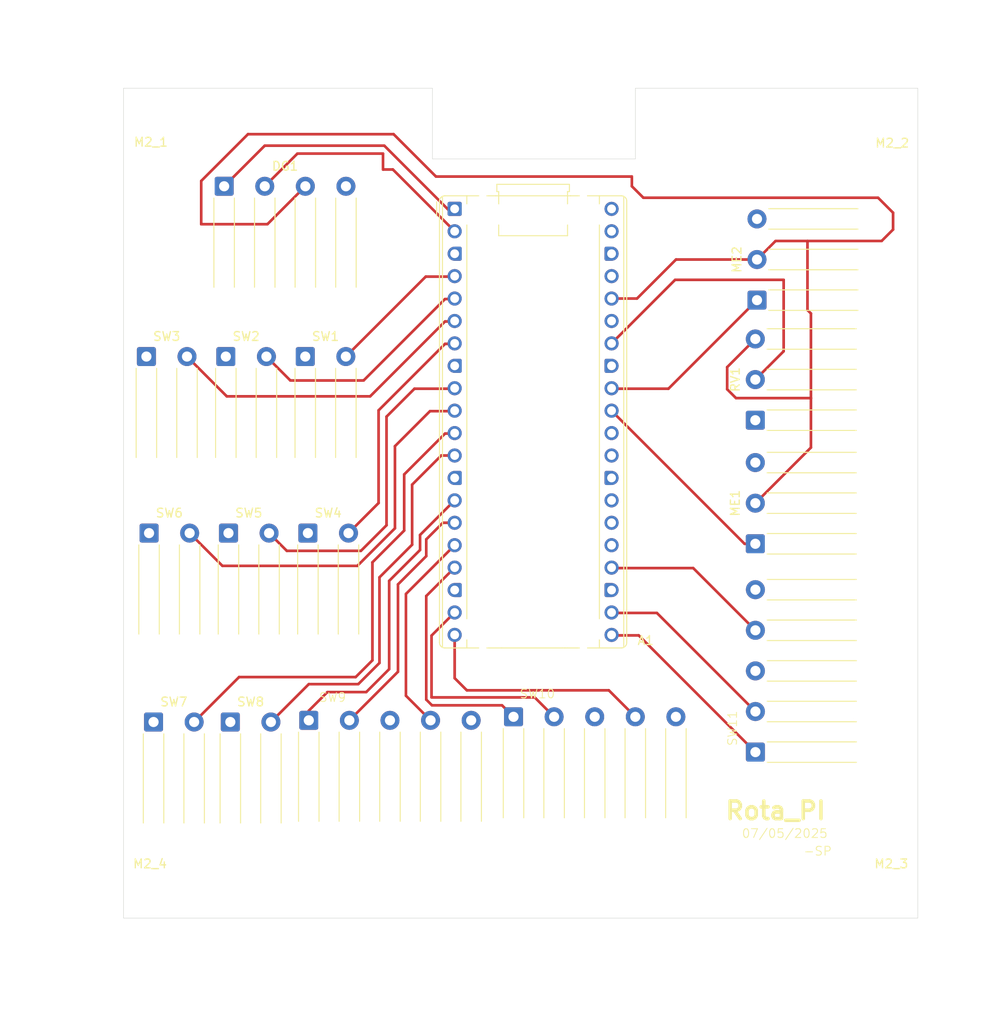
<source format=kicad_pcb>
(kicad_pcb (version 20241229) (generator "pcbnew") (generator_version "9.0")
  (layers (0 "F.Cu" signal) (2 "B.Cu" signal) (13 "F.Paste" user) (15 "B.Paste" user) (5 "F.SilkS" user "F.Silkscreen") (7 "B.SilkS" user "B.Silkscreen") (1 "F.Mask" user) (3 "B.Mask" user) (25 "Edge.Cuts" user))
  (net 0 "")
  (net 2 "Net-(A1-GPIO15)")
  (net 4 "Net-(A1-GPIO17)")
  (net 5 "Net-(A1-GPIO1)")
  (net 6 "Net-(A1-GPIO5)")
  (net 7 "Net-(A1-GPIO8)")
  (net 9 "Net-(A1-GPIO16)")
  (net 11 "Net-(A1-3V3)")
  (net 12 "Net-(A1-GPIO26_ADC0)")
  (net 14 "Net-(A1-GPIO10)")
  (net 18 "Net-(A1-GPIO7)")
  (net 19 "Net-(A1-GPIO14)")
  (net 20 "Net-(A1-GPIO9)")
  (net 21 "Net-(A1-GPIO28_ADC2)")
  (net 24 "Net-(A1-GPIO3)")
  (net 25 "Net-(A1-GPIO0)")
  (net 27 "Net-(A1-GPIO11)")
  (net 28 "Net-(A1-GPIO18)")
  (net 31 "Net-(A1-GPIO27_ADC1)")
  (net 33 "Net-(A1-GPIO6)")
  (net 35 "Net-(A1-GPIO2)")
  (net 37 "Net-(A1-GPIO4)")
  (net 39 "Net-(A1-GPIO13)")
  (net 40 "Net-(A1-GPIO12)")
  (net 41 "GND")
  (footprint "MountingHole:MountingHole_2.2mm_M2" (layer "F.Cu") (at 147 53)
    (property "Reference" "M2_1" (at 0.1 3.1 180) (layer "F.SilkS"))
    (property "Value" "MountingHole_2.2mm_M2")
    (pad "" np_thru_hole circle (at 0 0) (size 2.2 2.2) (drill 2.2) (layers "*.Cu" "*.Mask"))
  )
  (footprint "Module:RaspberryPi_Pico_Common_THT" (layer "F.Cu") (at 181.52 63.66)
    (property "Reference" "A1" (at 20.6375 48.895 0) (layer "F.SilkS") (effects (justify left)))
    (property "Value" "RaspberryPi_Pico")
    (fp_line (start -2.04 0.8) (end -2.04 -0.8) (stroke (width 0.12)) (layer "F.SilkS"))
    (fp_line (start -1.72 -0.87) (end -1.72 49.13) (stroke (width 0.12)) (layer "F.SilkS"))
    (fp_line (start -1.38 -1.417) (end -1.38 49.677) (stroke (width 0.12)) (layer "F.SilkS"))
    (fp_line (start -1.11 -1.48) (end 1.38 -1.48) (stroke (width 0.12)) (layer "F.SilkS"))
    (fp_line (start -1.11 49.74) (end 2.727939 49.74) (stroke (width 0.12)) (layer "F.SilkS"))
    (fp_line (start 1.38 -1.48) (end 1.38 -0.56648) (stroke (width 0.12)) (layer "F.SilkS"))
    (fp_line (start 1.38 -1.48) (end 2.72794 -1.48) (stroke (width 0.12)) (layer "F.SilkS"))
    (fp_line (start 1.38 1.82648) (end 1.38 46.43352) (stroke (width 0.12)) (layer "F.SilkS"))
    (fp_line (start 1.38 48.82648) (end 1.38 49.74) (stroke (width 0.12)) (layer "F.SilkS"))
    (fp_line (start 3.652061 -1.48) (end 4.655 -1.48) (stroke (width 0.12)) (layer "F.SilkS"))
    (fp_line (start 4.655 -1.48) (end 13.125 -1.48) (stroke (width 0.12)) (layer "F.SilkS"))
    (fp_line (start 4.78 -2.78) (end 4.78 -1.96) (stroke (width 0.12)) (layer "F.SilkS"))
    (fp_line (start 4.78 -2.78) (end 13 -2.78) (stroke (width 0.12)) (layer "F.SilkS"))
    (fp_line (start 4.78 -1.96) (end 4.99 -1.96) (stroke (width 0.12)) (layer "F.SilkS"))
    (fp_line (start 4.99 -1.96) (end 4.99 -0.564) (stroke (width 0.12)) (layer "F.SilkS"))
    (fp_line (start 4.99 1.824) (end 4.99 3.04) (stroke (width 0.12)) (layer "F.SilkS"))
    (fp_line (start 5.29 49.74) (end 3.652061 49.74) (stroke (width 0.12)) (layer "F.SilkS"))
    (fp_line (start 12.49 49.74) (end 5.29 49.74) (stroke (width 0.12)) (layer "F.SilkS"))
    (fp_line (start 12.79 -1.96) (end 12.79 -0.564) (stroke (width 0.12)) (layer "F.SilkS"))
    (fp_line (start 12.79 1.824) (end 12.79 3.04) (stroke (width 0.12)) (layer "F.SilkS"))
    (fp_line (start 12.79 3.04) (end 4.99 3.04) (stroke (width 0.12)) (layer "F.SilkS"))
    (fp_line (start 13 -2.78) (end 13 -1.96) (stroke (width 0.12)) (layer "F.SilkS"))
    (fp_line (start 13 -1.96) (end 12.79 -1.96) (stroke (width 0.12)) (layer "F.SilkS"))
    (fp_line (start 13.125 -1.48) (end 14.127939 -1.48) (stroke (width 0.12)) (layer "F.SilkS"))
    (fp_line (start 14.127939 49.74) (end 12.49 49.74) (stroke (width 0.12)) (layer "F.SilkS"))
    (fp_line (start 15.052061 -1.48) (end 16.4 -1.48) (stroke (width 0.12)) (layer "F.SilkS"))
    (fp_line (start 15.052061 49.74) (end 18.89 49.74) (stroke (width 0.12)) (layer "F.SilkS"))
    (fp_line (start 16.4 -1.48) (end 16.4 -0.56648) (stroke (width 0.12)) (layer "F.SilkS"))
    (fp_line (start 16.4 1.82648) (end 16.4 46.43352) (stroke (width 0.12)) (layer "F.SilkS"))
    (fp_line (start 16.4 48.82648) (end 16.4 49.74) (stroke (width 0.12)) (layer "F.SilkS"))
    (fp_line (start 18.89 -1.48) (end 16.4 -1.48) (stroke (width 0.12)) (layer "F.SilkS"))
    (fp_line (start 19.16 49.677) (end 19.16 -1.417) (stroke (width 0.12)) (layer "F.SilkS"))
    (fp_line (start 19.5 -0.87) (end 19.5 49.13) (stroke (width 0.12)) (layer "F.SilkS"))
    (fp_arc (start -1.72 -0.87) (mid -1.541335 -1.301335) (end -1.11 -1.48) (stroke (width 0.12)) (layer "F.SilkS"))
    (fp_arc (start -1.11 49.74) (mid -1.541364 49.561364) (end -1.72 49.13) (stroke (width 0.12)) (layer "F.SilkS"))
    (fp_arc (start 18.89 -1.48) (mid 19.321335 -1.301335) (end 19.5 -0.87) (stroke (width 0.12)) (layer "F.SilkS"))
    (fp_arc (start 19.5 49.13) (mid 19.321335 49.561335) (end 18.89 49.74) (stroke (width 0.12)) (layer "F.SilkS"))
    (pad "1" thru_hole roundrect (at 0 0) (size 1.6 1.6) (drill 1) (layers "*.Cu" "*.Mask") (roundrect_rratio 0.125) (net 25 "Net-(A1-GPIO0)"))
    (pad "2" thru_hole circle (at 0 2.54) (size 1.6 1.6) (drill 1) (layers "*.Cu" "*.Mask") (net 5 "Net-(A1-GPIO1)"))
    (pad "3" thru_hole custom (at 0 5.08) (size 1.6 1.6) (drill 1) (layers "*.Cu" "*.Mask") (options (clearance outline) (anchor circle)) (primitives (gr_poly (pts (xy 0.8 0.6) (xy 0.8 -0.6) (xy 0.6 -0.8) (xy 0 -0.8) (xy 0 0.8) (xy 0.6 0.8)) (width 0) (fill yes)) (gr_circle (center 0.6 0.6) (end 0.8 0.6) (width 0) (fill yes)) (gr_circle (center 0.6 -0.6) (end 0.8 -0.6) (width 0) (fill yes))))
    (pad "4" thru_hole circle (at 0 7.62) (size 1.6 1.6) (drill 1) (layers "*.Cu" "*.Mask") (net 35 "Net-(A1-GPIO2)"))
    (pad "5" thru_hole circle (at 0 10.16) (size 1.6 1.6) (drill 1) (layers "*.Cu" "*.Mask") (net 24 "Net-(A1-GPIO3)"))
    (pad "6" thru_hole circle (at 0 12.7) (size 1.6 1.6) (drill 1) (layers "*.Cu" "*.Mask") (net 37 "Net-(A1-GPIO4)"))
    (pad "7" thru_hole circle (at 0 15.24) (size 1.6 1.6) (drill 1) (layers "*.Cu" "*.Mask") (net 6 "Net-(A1-GPIO5)"))
    (pad "8" thru_hole custom (at 0 17.78) (size 1.6 1.6) (drill 1) (layers "*.Cu" "*.Mask") (options (clearance outline) (anchor circle)) (primitives (gr_poly (pts (xy 0.8 0.6) (xy 0.8 -0.6) (xy 0.6 -0.8) (xy 0 -0.8) (xy 0 0.8) (xy 0.6 0.8)) (width 0) (fill yes)) (gr_circle (center 0.6 0.6) (end 0.8 0.6) (width 0) (fill yes)) (gr_circle (center 0.6 -0.6) (end 0.8 -0.6) (width 0) (fill yes))))
    (pad "9" thru_hole circle (at 0 20.32) (size 1.6 1.6) (drill 1) (layers "*.Cu" "*.Mask") (net 33 "Net-(A1-GPIO6)"))
    (pad "10" thru_hole circle (at 0 22.86) (size 1.6 1.6) (drill 1) (layers "*.Cu" "*.Mask") (net 18 "Net-(A1-GPIO7)"))
    (pad "11" thru_hole circle (at 0 25.4) (size 1.6 1.6) (drill 1) (layers "*.Cu" "*.Mask") (net 7 "Net-(A1-GPIO8)"))
    (pad "12" thru_hole circle (at 0 27.94) (size 1.6 1.6) (drill 1) (layers "*.Cu" "*.Mask") (net 20 "Net-(A1-GPIO9)"))
    (pad "13" thru_hole custom (at 0 30.48) (size 1.6 1.6) (drill 1) (layers "*.Cu" "*.Mask") (options (clearance outline) (anchor circle)) (primitives (gr_poly (pts (xy 0.8 0.6) (xy 0.8 -0.6) (xy 0.6 -0.8) (xy 0 -0.8) (xy 0 0.8) (xy 0.6 0.8)) (width 0) (fill yes)) (gr_circle (center 0.6 0.6) (end 0.8 0.6) (width 0) (fill yes)) (gr_circle (center 0.6 -0.6) (end 0.8 -0.6) (width 0) (fill yes))))
    (pad "14" thru_hole circle (at 0 33.02) (size 1.6 1.6) (drill 1) (layers "*.Cu" "*.Mask") (net 14 "Net-(A1-GPIO10)"))
    (pad "15" thru_hole circle (at 0 35.56) (size 1.6 1.6) (drill 1) (layers "*.Cu" "*.Mask") (net 27 "Net-(A1-GPIO11)"))
    (pad "16" thru_hole circle (at 0 38.1) (size 1.6 1.6) (drill 1) (layers "*.Cu" "*.Mask") (net 40 "Net-(A1-GPIO12)"))
    (pad "17" thru_hole circle (at 0 40.64) (size 1.6 1.6) (drill 1) (layers "*.Cu" "*.Mask") (net 39 "Net-(A1-GPIO13)"))
    (pad "18" thru_hole custom (at 0 43.18) (size 1.6 1.6) (drill 1) (layers "*.Cu" "*.Mask") (options (clearance outline) (anchor circle)) (primitives (gr_poly (pts (xy 0.8 0.6) (xy 0.8 -0.6) (xy 0.6 -0.8) (xy 0 -0.8) (xy 0 0.8) (xy 0.6 0.8)) (width 0) (fill yes)) (gr_circle (center 0.6 0.6) (end 0.8 0.6) (width 0) (fill yes)) (gr_circle (center 0.6 -0.6) (end 0.8 -0.6) (width 0) (fill yes))))
    (pad "19" thru_hole circle (at 0 45.72) (size 1.6 1.6) (drill 1) (layers "*.Cu" "*.Mask") (net 19 "Net-(A1-GPIO14)"))
    (pad "20" thru_hole circle (at 0 48.26) (size 1.6 1.6) (drill 1) (layers "*.Cu" "*.Mask") (net 2 "Net-(A1-GPIO15)"))
    (pad "21" thru_hole circle (at 17.78 48.26) (size 1.6 1.6) (drill 1) (layers "*.Cu" "*.Mask") (net 9 "Net-(A1-GPIO16)"))
    (pad "22" thru_hole circle (at 17.78 45.72) (size 1.6 1.6) (drill 1) (layers "*.Cu" "*.Mask") (net 4 "Net-(A1-GPIO17)"))
    (pad "23" thru_hole custom (at 17.78 43.18) (size 1.6 1.6) (drill 1) (layers "*.Cu" "*.Mask") (options (clearance outline) (anchor circle)) (primitives (gr_poly (pts (xy -0.8 0.6) (xy -0.8 -0.6) (xy -0.6 -0.8) (xy 0 -0.8) (xy 0 0.8) (xy -0.6 0.8)) (width 0) (fill yes)) (gr_circle (center -0.6 0.6) (end -0.4 0.6) (width 0) (fill yes)) (gr_circle (center -0.6 -0.6) (end -0.4 -0.6) (width 0) (fill yes))))
    (pad "24" thru_hole circle (at 17.78 40.64) (size 1.6 1.6) (drill 1) (layers "*.Cu" "*.Mask") (net 28 "Net-(A1-GPIO18)"))
    (pad "25" thru_hole circle (at 17.78 38.1) (size 1.6 1.6) (drill 1) (layers "*.Cu" "*.Mask"))
    (pad "26" thru_hole circle (at 17.78 35.56) (size 1.6 1.6) (drill 1) (layers "*.Cu" "*.Mask"))
    (pad "27" thru_hole circle (at 17.78 33.02) (size 1.6 1.6) (drill 1) (layers "*.Cu" "*.Mask"))
    (pad "28" thru_hole custom (at 17.78 30.48) (size 1.6 1.6) (drill 1) (layers "*.Cu" "*.Mask") (options (clearance outline) (anchor circle)) (primitives (gr_poly (pts (xy -0.8 0.6) (xy -0.8 -0.6) (xy -0.6 -0.8) (xy 0 -0.8) (xy 0 0.8) (xy -0.6 0.8)) (width 0) (fill yes)) (gr_circle (center -0.6 0.6) (end -0.4 0.6) (width 0) (fill yes)) (gr_circle (center -0.6 -0.6) (end -0.4 -0.6) (width 0) (fill yes))))
    (pad "29" thru_hole circle (at 17.78 27.94) (size 1.6 1.6) (drill 1) (layers "*.Cu" "*.Mask"))
    (pad "30" thru_hole circle (at 17.78 25.4) (size 1.6 1.6) (drill 1) (layers "*.Cu" "*.Mask"))
    (pad "31" thru_hole circle (at 17.78 22.86) (size 1.6 1.6) (drill 1) (layers "*.Cu" "*.Mask") (net 12 "Net-(A1-GPIO26_ADC0)"))
    (pad "32" thru_hole circle (at 17.78 20.32) (size 1.6 1.6) (drill 1) (layers "*.Cu" "*.Mask") (net 31 "Net-(A1-GPIO27_ADC1)"))
    (pad "33" thru_hole custom (at 17.78 17.78) (size 1.6 1.6) (drill 1) (layers "*.Cu" "*.Mask") (options (clearance outline) (anchor circle)) (primitives (gr_poly (pts (xy -0.8 0.6) (xy -0.8 -0.6) (xy -0.6 -0.8) (xy 0 -0.8) (xy 0 0.8) (xy -0.6 0.8)) (width 0) (fill yes)) (gr_circle (center -0.6 0.6) (end -0.4 0.6) (width 0) (fill yes)) (gr_circle (center -0.6 -0.6) (end -0.4 -0.6) (width 0) (fill yes))))
    (pad "34" thru_hole circle (at 17.78 15.24) (size 1.6 1.6) (drill 1) (layers "*.Cu" "*.Mask") (net 21 "Net-(A1-GPIO28_ADC2)"))
    (pad "35" thru_hole circle (at 17.78 12.7) (size 1.6 1.6) (drill 1) (layers "*.Cu" "*.Mask"))
    (pad "36" thru_hole circle (at 17.78 10.16) (size 1.6 1.6) (drill 1) (layers "*.Cu" "*.Mask") (net 11 "Net-(A1-3V3)"))
    (pad "37" thru_hole circle (at 17.78 7.62) (size 1.6 1.6) (drill 1) (layers "*.Cu" "*.Mask"))
    (pad "38" thru_hole custom (at 17.78 5.08) (size 1.6 1.6) (drill 1) (layers "*.Cu" "*.Mask") (options (clearance outline) (anchor circle)) (primitives (gr_poly (pts (xy -0.8 0.6) (xy -0.8 -0.6) (xy -0.6 -0.8) (xy 0 -0.8) (xy 0 0.8) (xy -0.6 0.8)) (width 0) (fill yes)) (gr_circle (center -0.6 0.6) (end -0.4 0.6) (width 0) (fill yes)) (gr_circle (center -0.6 -0.6) (end -0.4 -0.6) (width 0) (fill yes))))
    (pad "39" thru_hole circle (at 17.78 2.54) (size 1.6 1.6) (drill 1) (layers "*.Cu" "*.Mask"))
    (pad "40" thru_hole circle (at 17.78 0) (size 1.6 1.6) (drill 1) (layers "*.Cu" "*.Mask"))
  )
  (footprint "MountingHole:MountingHole_2.2mm_M2" (layer "F.Cu") (at 147 141)
    (property "Reference" "M2_4" (at 0 -3.15 0) (layer "F.SilkS"))
    (property "Value" "MountingHole_2.2mm_M2")
    (pad "" np_thru_hole circle (at 0 0) (size 2.2 2.2) (drill 2.2) (layers "*.Cu" "*.Mask"))
  )
  (footprint "Connector_Wire:SolderWire-0.5sqmm_1x02_P4.6mm_D0.9mm_OD2.1mm_Relief" (layer "F.Cu") (at 156.1 121.79)
    (property "Reference" "SW8" (at 2.3 -2.28 0) (layer "F.SilkS"))
    (property "Value" "SW_Push")
    (fp_line (start -1.16 1.335) (end -1.16 11.44) (stroke (width 0.12)) (layer "F.SilkS"))
    (fp_line (start 1.16 1.335) (end 1.16 11.44) (stroke (width 0.12)) (layer "F.SilkS"))
    (fp_line (start 3.44 1.335) (end 3.44 11.44) (stroke (width 0.12)) (layer "F.SilkS"))
    (fp_line (start 5.76 1.335) (end 5.76 11.44) (stroke (width 0.12)) (layer "F.SilkS"))
    (pad "" np_thru_hole circle (at 0 12.6) (size 2.6 2.6) (drill 2.6) (layers "*.Cu" "*.Mask"))
    (pad "" np_thru_hole circle (at 4.6 12.6) (size 2.6 2.6) (drill 2.6) (layers "*.Cu" "*.Mask"))
    (pad "1" thru_hole roundrect (at 0 0) (size 2.15 2.15) (drill 1.15) (layers "*.Cu" "*.Mask") (roundrect_rratio 0.116279) (net 41 "GND"))
    (pad "2" thru_hole circle (at 4.6 0) (size 2.15 2.15) (drill 1.15) (layers "*.Cu" "*.Mask") (net 20 "Net-(A1-GPIO9)"))
  )
  (footprint "MountingHole:MountingHole_2.2mm_M2" (layer "F.Cu") (at 231 141)
    (property "Reference" "M2_3" (at 0 -3.15 0) (layer "F.SilkS"))
    (property "Value" "MountingHole_2.2mm_M2")
    (pad "" np_thru_hole circle (at 0 0) (size 2.2 2.2) (drill 2.2) (layers "*.Cu" "*.Mask"))
  )
  (footprint "Connector_Wire:SolderWire-0.5sqmm_1x02_P4.6mm_D0.9mm_OD2.1mm_Relief" (layer "F.Cu") (at 164.89 100.39)
    (property "Reference" "SW4" (at 2.3 -2.28 0) (layer "F.SilkS"))
    (property "Value" "SW_Push")
    (fp_line (start -1.16 1.335) (end -1.16 11.44) (stroke (width 0.12)) (layer "F.SilkS"))
    (fp_line (start 1.16 1.335) (end 1.16 11.44) (stroke (width 0.12)) (layer "F.SilkS"))
    (fp_line (start 3.44 1.335) (end 3.44 11.44) (stroke (width 0.12)) (layer "F.SilkS"))
    (fp_line (start 5.76 1.335) (end 5.76 11.44) (stroke (width 0.12)) (layer "F.SilkS"))
    (pad "" np_thru_hole circle (at 0 12.6) (size 2.6 2.6) (drill 2.6) (layers "*.Cu" "*.Mask"))
    (pad "" np_thru_hole circle (at 4.6 12.6) (size 2.6 2.6) (drill 2.6) (layers "*.Cu" "*.Mask"))
    (pad "1" thru_hole roundrect (at 0 0) (size 2.15 2.15) (drill 1.15) (layers "*.Cu" "*.Mask") (roundrect_rratio 0.116279) (net 41 "GND"))
    (pad "2" thru_hole circle (at 4.6 0) (size 2.15 2.15) (drill 1.15) (layers "*.Cu" "*.Mask") (net 6 "Net-(A1-GPIO5)"))
  )
  (footprint "Connector_Wire:SolderWire-0.5sqmm_1x03_P4.6mm_D0.9mm_OD2.1mm_Relief" (layer "F.Cu") (at 215.78 74 90)
    (property "Reference" "ME2" (at 4.6 -2.28 90) (layer "F.SilkS"))
    (property "Value" "~")
    (fp_line (start 10.36 1.335) (end 10.36 11.44) (stroke (width 0.12)) (layer "F.SilkS"))
    (fp_line (start 8.04 1.335) (end 8.04 11.44) (stroke (width 0.12)) (layer "F.SilkS"))
    (fp_line (start 5.76 1.335) (end 5.76 11.44) (stroke (width 0.12)) (layer "F.SilkS"))
    (fp_line (start 3.44 1.335) (end 3.44 11.44) (stroke (width 0.12)) (layer "F.SilkS"))
    (fp_line (start 1.16 1.335) (end 1.16 11.44) (stroke (width 0.12)) (layer "F.SilkS"))
    (fp_line (start -1.16 1.335) (end -1.16 11.44) (stroke (width 0.12)) (layer "F.SilkS"))
    (pad "" np_thru_hole circle (at 0 12.6 90) (size 2.6 2.6) (drill 2.6) (layers "*.Cu" "*.Mask"))
    (pad "" np_thru_hole circle (at 4.6 12.6 90) (size 2.6 2.6) (drill 2.6) (layers "*.Cu" "*.Mask"))
    (pad "" np_thru_hole circle (at 9.2 12.6 90) (size 2.6 2.6) (drill 2.6) (layers "*.Cu" "*.Mask"))
    (pad "1" thru_hole roundrect (at 0 0 90) (size 2.15 2.15) (drill 1.15) (layers "*.Cu" "*.Mask") (roundrect_rratio 0.116279) (net 31 "Net-(A1-GPIO27_ADC1)"))
    (pad "2" thru_hole circle (at 4.6 0 90) (size 2.15 2.15) (drill 1.15) (layers "*.Cu" "*.Mask") (net 11 "Net-(A1-3V3)"))
    (pad "3" thru_hole circle (at 9.2 0 90) (size 2.15 2.15) (drill 1.15) (layers "*.Cu" "*.Mask") (net 41 "GND"))
  )
  (footprint "KICAD FOOTPRINT EXTRA:Connector Wire_ Solder Wire-0.5sqmm 1x05 P4.6mm D0.9mm OD2.1mm Relief" (layer "F.Cu") (at 197.39 128.6)
    (property "Reference" "SW10" (at -6.5 -10 0) (layer "F.SilkS") (effects (font (thickness 0.1))))
    (property "Value" "RotaryEncoder_Switch")
    (fp_line (start -10.36 -6.065) (end -10.36 4.04) (stroke (width 0.12)) (layer "F.SilkS"))
    (fp_line (start -8.04 -6.065) (end -8.04 4.04) (stroke (width 0.12)) (layer "F.SilkS"))
    (fp_line (start -5.76 -6.065) (end -5.76 4.04) (stroke (width 0.12)) (layer "F.SilkS"))
    (fp_line (start -3.44 -6.065) (end -3.44 4.04) (stroke (width 0.12)) (layer "F.SilkS"))
    (fp_line (start -1.16 -6.065) (end -1.16 4.04) (stroke (width 0.12)) (layer "F.SilkS"))
    (fp_line (start 1.16 -6.065) (end 1.16 4.04) (stroke (width 0.12)) (layer "F.SilkS"))
    (fp_line (start 3.44 -6.065) (end 3.44 4.04) (stroke (width 0.12)) (layer "F.SilkS"))
    (fp_line (start 5.76 -6.065) (end 5.76 4.04) (stroke (width 0.12)) (layer "F.SilkS"))
    (fp_line (start 8.04 -6.065) (end 8.04 4.04) (stroke (width 0.12)) (layer "F.SilkS"))
    (fp_line (start 10.36 -6.065) (end 10.36 4.04) (stroke (width 0.12)) (layer "F.SilkS"))
    (pad "" np_thru_hole circle (at -9.2 5.2) (size 2.6 2.6) (drill 2.6) (layers "*.Cu" "*.Mask"))
    (pad "" np_thru_hole circle (at -4.6 5.2) (size 2.6 2.6) (drill 2.6) (layers "*.Cu" "*.Mask"))
    (pad "" np_thru_hole circle (at 0 5.2) (size 2.6 2.6) (drill 2.6) (layers "*.Cu" "*.Mask"))
    (pad "" np_thru_hole circle (at 4.6 5.2) (size 2.6 2.6) (drill 2.6) (layers "*.Cu" "*.Mask"))
    (pad "" np_thru_hole circle (at 9.2 5.2) (size 2.6 2.6) (drill 2.6) (layers "*.Cu" "*.Mask"))
    (pad "A" thru_hole roundrect (at -9.2 -7.4) (size 2.15 2.15) (drill 1.15) (layers "*.Cu" "*.Mask") (roundrect_rratio 0.116279) (net 39 "Net-(A1-GPIO13)"))
    (pad "B" thru_hole circle (at -4.6 -7.4) (size 2.15 2.15) (drill 1.15) (layers "*.Cu" "*.Mask") (net 19 "Net-(A1-GPIO14)"))
    (pad "C" thru_hole circle (at 0 -7.4) (size 2.15 2.15) (drill 1.15) (layers "*.Cu" "*.Mask" "Dwgs.User") (net 41 "GND"))
    (pad "S1" thru_hole circle (at 4.6 -7.4) (size 2.15 2.15) (drill 1.15) (layers "*.Cu" "*.Mask") (net 2 "Net-(A1-GPIO15)"))
    (pad "S2" thru_hole circle (at 9.2 -7.4) (size 2.15 2.15) (drill 1.15) (layers "*.Cu" "*.Mask") (net 41 "GND"))
  )
  (footprint "Connector_Wire:SolderWire-0.5sqmm_1x04_P4.6mm_D0.9mm_OD2.1mm_Relief" (layer "F.Cu") (at 155.4 61.1)
    (property "Reference" "DG1" (at 6.9 -2.28 0) (layer "F.SilkS"))
    (property "Value" "~")
    (fp_line (start -1.16 1.335) (end -1.16 11.44) (stroke (width 0.12)) (layer "F.SilkS"))
    (fp_line (start 1.16 1.335) (end 1.16 11.44) (stroke (width 0.12)) (layer "F.SilkS"))
    (fp_line (start 3.44 1.335) (end 3.44 11.44) (stroke (width 0.12)) (layer "F.SilkS"))
    (fp_line (start 5.76 1.335) (end 5.76 11.44) (stroke (width 0.12)) (layer "F.SilkS"))
    (fp_line (start 8.04 1.335) (end 8.04 11.44) (stroke (width 0.12)) (layer "F.SilkS"))
    (fp_line (start 10.36 1.335) (end 10.36 11.44) (stroke (width 0.12)) (layer "F.SilkS"))
    (fp_line (start 12.64 1.335) (end 12.64 11.44) (stroke (width 0.12)) (layer "F.SilkS"))
    (fp_line (start 14.96 1.335) (end 14.96 11.44) (stroke (width 0.12)) (layer "F.SilkS"))
    (pad "" np_thru_hole circle (at 0 12.6) (size 2.6 2.6) (drill 2.6) (layers "*.Cu" "*.Mask"))
    (pad "" np_thru_hole circle (at 4.6 12.6) (size 2.6 2.6) (drill 2.6) (layers "*.Cu" "*.Mask"))
    (pad "" np_thru_hole circle (at 9.2 12.6) (size 2.6 2.6) (drill 2.6) (layers "*.Cu" "*.Mask"))
    (pad "" np_thru_hole circle (at 13.8 12.6) (size 2.6 2.6) (drill 2.6) (layers "*.Cu" "*.Mask"))
    (pad "1" thru_hole roundrect (at 0 0) (size 2.15 2.15) (drill 1.15) (layers "*.Cu" "*.Mask") (roundrect_rratio 0.116279) (net 25 "Net-(A1-GPIO0)"))
    (pad "2" thru_hole circle (at 4.6 0) (size 2.15 2.15) (drill 1.15) (layers "*.Cu" "*.Mask") (net 5 "Net-(A1-GPIO1)"))
    (pad "3" thru_hole circle (at 9.2 0) (size 2.15 2.15) (drill 1.15) (layers "*.Cu" "*.Mask") (net 11 "Net-(A1-3V3)"))
    (pad "4" thru_hole circle (at 13.8 0) (size 2.15 2.15) (drill 1.15) (layers "*.Cu" "*.Mask") (net 41 "GND"))
  )
  (footprint "Connector_Wire:SolderWire-0.5sqmm_1x03_P4.6mm_D0.9mm_OD2.1mm_Relief" (layer "F.Cu") (at 215.59 101.6 90)
    (property "Reference" "ME1" (at 4.6 -2.28 90) (layer "F.SilkS"))
    (property "Value" "~")
    (fp_line (start 10.36 1.335) (end 10.36 11.44) (stroke (width 0.12)) (layer "F.SilkS"))
    (fp_line (start 8.04 1.335) (end 8.04 11.44) (stroke (width 0.12)) (layer "F.SilkS"))
    (fp_line (start 5.76 1.335) (end 5.76 11.44) (stroke (width 0.12)) (layer "F.SilkS"))
    (fp_line (start 3.44 1.335) (end 3.44 11.44) (stroke (width 0.12)) (layer "F.SilkS"))
    (fp_line (start 1.16 1.335) (end 1.16 11.44) (stroke (width 0.12)) (layer "F.SilkS"))
    (fp_line (start -1.16 1.335) (end -1.16 11.44) (stroke (width 0.12)) (layer "F.SilkS"))
    (pad "" np_thru_hole circle (at 0 12.6 90) (size 2.6 2.6) (drill 2.6) (layers "*.Cu" "*.Mask"))
    (pad "" np_thru_hole circle (at 4.6 12.6 90) (size 2.6 2.6) (drill 2.6) (layers "*.Cu" "*.Mask"))
    (pad "" np_thru_hole circle (at 9.2 12.6 90) (size 2.6 2.6) (drill 2.6) (layers "*.Cu" "*.Mask"))
    (pad "1" thru_hole roundrect (at 0 0 90) (size 2.15 2.15) (drill 1.15) (layers "*.Cu" "*.Mask") (roundrect_rratio 0.116279) (net 12 "Net-(A1-GPIO26_ADC0)"))
    (pad "2" thru_hole circle (at 4.6 0 90) (size 2.15 2.15) (drill 1.15) (layers "*.Cu" "*.Mask") (net 11 "Net-(A1-3V3)"))
    (pad "3" thru_hole circle (at 9.2 0 90) (size 2.15 2.15) (drill 1.15) (layers "*.Cu" "*.Mask") (net 41 "GND"))
  )
  (footprint "Connector_Wire:SolderWire-0.5sqmm_1x02_P4.6mm_D0.9mm_OD2.1mm_Relief" (layer "F.Cu") (at 155.59 80.39)
    (property "Reference" "SW2" (at 2.3 -2.28 0) (layer "F.SilkS"))
    (property "Value" "SW_Push")
    (fp_line (start -1.16 1.335) (end -1.16 11.44) (stroke (width 0.12)) (layer "F.SilkS"))
    (fp_line (start 1.16 1.335) (end 1.16 11.44) (stroke (width 0.12)) (layer "F.SilkS"))
    (fp_line (start 3.44 1.335) (end 3.44 11.44) (stroke (width 0.12)) (layer "F.SilkS"))
    (fp_line (start 5.76 1.335) (end 5.76 11.44) (stroke (width 0.12)) (layer "F.SilkS"))
    (pad "" np_thru_hole circle (at 0 12.6) (size 2.6 2.6) (drill 2.6) (layers "*.Cu" "*.Mask"))
    (pad "" np_thru_hole circle (at 4.6 12.6) (size 2.6 2.6) (drill 2.6) (layers "*.Cu" "*.Mask"))
    (pad "1" thru_hole roundrect (at 0 0) (size 2.15 2.15) (drill 1.15) (layers "*.Cu" "*.Mask") (roundrect_rratio 0.116279) (net 41 "GND"))
    (pad "2" thru_hole circle (at 4.6 0) (size 2.15 2.15) (drill 1.15) (layers "*.Cu" "*.Mask") (net 24 "Net-(A1-GPIO3)"))
  )
  (footprint "MountingHole:MountingHole_2.2mm_M2" (layer "F.Cu") (at 231 53)
    (property "Reference" "M2_2" (at 0.1 3.2 0) (layer "F.SilkS"))
    (property "Value" "MountingHole_2.2mm_M2")
    (pad "" np_thru_hole circle (at 0 0) (size 2.2 2.2) (drill 2.2) (layers "*.Cu" "*.Mask"))
  )
  (footprint "Connector_Wire:SolderWire-0.5sqmm_1x02_P4.6mm_D0.9mm_OD2.1mm_Relief" (layer "F.Cu") (at 164.59 80.39)
    (property "Reference" "SW1" (at 2.3 -2.28 0) (layer "F.SilkS"))
    (property "Value" "SW_Push")
    (fp_line (start -1.16 1.335) (end -1.16 11.44) (stroke (width 0.12)) (layer "F.SilkS"))
    (fp_line (start 1.16 1.335) (end 1.16 11.44) (stroke (width 0.12)) (layer "F.SilkS"))
    (fp_line (start 3.44 1.335) (end 3.44 11.44) (stroke (width 0.12)) (layer "F.SilkS"))
    (fp_line (start 5.76 1.335) (end 5.76 11.44) (stroke (width 0.12)) (layer "F.SilkS"))
    (pad "" np_thru_hole circle (at 0 12.6) (size 2.6 2.6) (drill 2.6) (layers "*.Cu" "*.Mask"))
    (pad "" np_thru_hole circle (at 4.6 12.6) (size 2.6 2.6) (drill 2.6) (layers "*.Cu" "*.Mask"))
    (pad "1" thru_hole roundrect (at 0 0) (size 2.15 2.15) (drill 1.15) (layers "*.Cu" "*.Mask") (roundrect_rratio 0.116279) (net 41 "GND"))
    (pad "2" thru_hole circle (at 4.6 0) (size 2.15 2.15) (drill 1.15) (layers "*.Cu" "*.Mask") (net 35 "Net-(A1-GPIO2)"))
  )
  (footprint "KICAD FOOTPRINT EXTRA:Connector Wire_ Solder Wire-0.5sqmm 1x05 P4.6mm D0.9mm OD2.1mm Relief" (layer "F.Cu") (at 223 116 90)
    (property "Reference" "SW11" (at -6.5 -10 90) (layer "F.SilkS") (effects (font (thickness 0.1))))
    (property "Value" "RotaryEncoder_Switch")
    (fp_line (start 10.36 -6.065) (end 10.36 4.04) (stroke (width 0.12)) (layer "F.SilkS"))
    (fp_line (start 8.04 -6.065) (end 8.04 4.04) (stroke (width 0.12)) (layer "F.SilkS"))
    (fp_line (start 5.76 -6.065) (end 5.76 4.04) (stroke (width 0.12)) (layer "F.SilkS"))
    (fp_line (start 3.44 -6.065) (end 3.44 4.04) (stroke (width 0.12)) (layer "F.SilkS"))
    (fp_line (start 1.16 -6.065) (end 1.16 4.04) (stroke (width 0.12)) (layer "F.SilkS"))
    (fp_line (start -1.16 -6.065) (end -1.16 4.04) (stroke (width 0.12)) (layer "F.SilkS"))
    (fp_line (start -3.44 -6.065) (end -3.44 4.04) (stroke (width 0.12)) (layer "F.SilkS"))
    (fp_line (start -5.76 -6.065) (end -5.76 4.04) (stroke (width 0.12)) (layer "F.SilkS"))
    (fp_line (start -8.04 -6.065) (end -8.04 4.04) (stroke (width 0.12)) (layer "F.SilkS"))
    (fp_line (start -10.36 -6.065) (end -10.36 4.04) (stroke (width 0.12)) (layer "F.SilkS"))
    (pad "" np_thru_hole circle (at -9.2 5.2 90) (size 2.6 2.6) (drill 2.6) (layers "*.Cu" "*.Mask"))
    (pad "" np_thru_hole circle (at -4.6 5.2 90) (size 2.6 2.6) (drill 2.6) (layers "*.Cu" "*.Mask"))
    (pad "" np_thru_hole circle (at 0 5.2 90) (size 2.6 2.6) (drill 2.6) (layers "*.Cu" "*.Mask"))
    (pad "" np_thru_hole circle (at 4.6 5.2 90) (size 2.6 2.6) (drill 2.6) (layers "*.Cu" "*.Mask"))
    (pad "" np_thru_hole circle (at 9.2 5.2 90) (size 2.6 2.6) (drill 2.6) (layers "*.Cu" "*.Mask"))
    (pad "A" thru_hole roundrect (at -9.2 -7.4 90) (size 2.15 2.15) (drill 1.15) (layers "*.Cu" "*.Mask") (roundrect_rratio 0.116279) (net 9 "Net-(A1-GPIO16)"))
    (pad "B" thru_hole circle (at -4.6 -7.4 90) (size 2.15 2.15) (drill 1.15) (layers "*.Cu" "*.Mask") (net 4 "Net-(A1-GPIO17)"))
    (pad "C" thru_hole circle (at 0 -7.4 90) (size 2.15 2.15) (drill 1.15) (layers "*.Cu" "*.Mask" "Dwgs.User") (net 41 "GND"))
    (pad "S1" thru_hole circle (at 4.6 -7.4 90) (size 2.15 2.15) (drill 1.15) (layers "*.Cu" "*.Mask") (net 28 "Net-(A1-GPIO18)"))
    (pad "S2" thru_hole circle (at 9.2 -7.4 90) (size 2.15 2.15) (drill 1.15) (layers "*.Cu" "*.Mask") (net 41 "GND"))
  )
  (footprint "Connector_Wire:SolderWire-0.5sqmm_1x02_P4.6mm_D0.9mm_OD2.1mm_Relief" (layer "F.Cu") (at 147.4 121.79)
    (property "Reference" "SW7" (at 2.3 -2.28 0) (layer "F.SilkS"))
    (property "Value" "SW_Push")
    (fp_line (start -1.16 1.335) (end -1.16 11.44) (stroke (width 0.12)) (layer "F.SilkS"))
    (fp_line (start 1.16 1.335) (end 1.16 11.44) (stroke (width 0.12)) (layer "F.SilkS"))
    (fp_line (start 3.44 1.335) (end 3.44 11.44) (stroke (width 0.12)) (layer "F.SilkS"))
    (fp_line (start 5.76 1.335) (end 5.76 11.44) (stroke (width 0.12)) (layer "F.SilkS"))
    (pad "" np_thru_hole circle (at 0 12.6) (size 2.6 2.6) (drill 2.6) (layers "*.Cu" "*.Mask"))
    (pad "" np_thru_hole circle (at 4.6 12.6) (size 2.6 2.6) (drill 2.6) (layers "*.Cu" "*.Mask"))
    (pad "1" thru_hole roundrect (at 0 0) (size 2.15 2.15) (drill 1.15) (layers "*.Cu" "*.Mask") (roundrect_rratio 0.116279) (net 41 "GND"))
    (pad "2" thru_hole circle (at 4.6 0) (size 2.15 2.15) (drill 1.15) (layers "*.Cu" "*.Mask") (net 7 "Net-(A1-GPIO8)"))
  )
  (footprint "KICAD FOOTPRINT EXTRA:Connector Wire_ Solder Wire-0.5sqmm 1x05 P4.6mm D0.9mm OD2.1mm Relief" (layer "F.Cu") (at 174.19 129)
    (property "Reference" "SW9" (at -6.5 -10 0) (layer "F.SilkS") (effects (font (thickness 0.1))))
    (property "Value" "RotaryEncoder_Switch")
    (fp_line (start -10.36 -6.065) (end -10.36 4.04) (stroke (width 0.12)) (layer "F.SilkS"))
    (fp_line (start -8.04 -6.065) (end -8.04 4.04) (stroke (width 0.12)) (layer "F.SilkS"))
    (fp_line (start -5.76 -6.065) (end -5.76 4.04) (stroke (width 0.12)) (layer "F.SilkS"))
    (fp_line (start -3.44 -6.065) (end -3.44 4.04) (stroke (width 0.12)) (layer "F.SilkS"))
    (fp_line (start -1.16 -6.065) (end -1.16 4.04) (stroke (width 0.12)) (layer "F.SilkS"))
    (fp_line (start 1.16 -6.065) (end 1.16 4.04) (stroke (width 0.12)) (layer "F.SilkS"))
    (fp_line (start 3.44 -6.065) (end 3.44 4.04) (stroke (width 0.12)) (layer "F.SilkS"))
    (fp_line (start 5.76 -6.065) (end 5.76 4.04) (stroke (width 0.12)) (layer "F.SilkS"))
    (fp_line (start 8.04 -6.065) (end 8.04 4.04) (stroke (width 0.12)) (layer "F.SilkS"))
    (fp_line (start 10.36 -6.065) (end 10.36 4.04) (stroke (width 0.12)) (layer "F.SilkS"))
    (pad "" np_thru_hole circle (at -9.2 5.2) (size 2.6 2.6) (drill 2.6) (layers "*.Cu" "*.Mask"))
    (pad "" np_thru_hole circle (at -4.6 5.2) (size 2.6 2.6) (drill 2.6) (layers "*.Cu" "*.Mask"))
    (pad "" np_thru_hole circle (at 0 5.2) (size 2.6 2.6) (drill 2.6) (layers "*.Cu" "*.Mask"))
    (pad "" np_thru_hole circle (at 4.6 5.2) (size 2.6 2.6) (drill 2.6) (layers "*.Cu" "*.Mask"))
    (pad "" np_thru_hole circle (at 9.2 5.2) (size 2.6 2.6) (drill 2.6) (layers "*.Cu" "*.Mask"))
    (pad "A" thru_hole roundrect (at -9.2 -7.4) (size 2.15 2.15) (drill 1.15) (layers "*.Cu" "*.Mask") (roundrect_rratio 0.116279) (net 14 "Net-(A1-GPIO10)"))
    (pad "B" thru_hole circle (at -4.6 -7.4) (size 2.15 2.15) (drill 1.15) (layers "*.Cu" "*.Mask") (net 27 "Net-(A1-GPIO11)"))
    (pad "C" thru_hole circle (at 0 -7.4) (size 2.15 2.15) (drill 1.15) (layers "*.Cu" "*.Mask" "Dwgs.User") (net 41 "GND"))
    (pad "S1" thru_hole circle (at 4.6 -7.4) (size 2.15 2.15) (drill 1.15) (layers "*.Cu" "*.Mask") (net 40 "Net-(A1-GPIO12)"))
    (pad "S2" thru_hole circle (at 9.2 -7.4) (size 2.15 2.15) (drill 1.15) (layers "*.Cu" "*.Mask") (net 41 "GND"))
  )
  (footprint "Connector_Wire:SolderWire-0.5sqmm_1x02_P4.6mm_D0.9mm_OD2.1mm_Relief" (layer "F.Cu") (at 146.89 100.39)
    (property "Reference" "SW6" (at 2.3 -2.28 0) (layer "F.SilkS"))
    (property "Value" "SW_Push")
    (fp_line (start -1.16 1.335) (end -1.16 11.44) (stroke (width 0.12)) (layer "F.SilkS"))
    (fp_line (start 1.16 1.335) (end 1.16 11.44) (stroke (width 0.12)) (layer "F.SilkS"))
    (fp_line (start 3.44 1.335) (end 3.44 11.44) (stroke (width 0.12)) (layer "F.SilkS"))
    (fp_line (start 5.76 1.335) (end 5.76 11.44) (stroke (width 0.12)) (layer "F.SilkS"))
    (pad "" np_thru_hole circle (at 0 12.6) (size 2.6 2.6) (drill 2.6) (layers "*.Cu" "*.Mask"))
    (pad "" np_thru_hole circle (at 4.6 12.6) (size 2.6 2.6) (drill 2.6) (layers "*.Cu" "*.Mask"))
    (pad "1" thru_hole roundrect (at 0 0) (size 2.15 2.15) (drill 1.15) (layers "*.Cu" "*.Mask") (roundrect_rratio 0.116279) (net 41 "GND"))
    (pad "2" thru_hole circle (at 4.6 0) (size 2.15 2.15) (drill 1.15) (layers "*.Cu" "*.Mask") (net 18 "Net-(A1-GPIO7)"))
  )
  (footprint "Connector_Wire:SolderWire-0.5sqmm_1x03_P4.6mm_D0.9mm_OD2.1mm_Relief" (layer "F.Cu") (at 215.59 87.6 90)
    (property "Reference" "RV1" (at 4.6 -2.28 90) (layer "F.SilkS"))
    (property "Value" "R_Potentiometer")
    (fp_line (start 10.36 1.335) (end 10.36 11.44) (stroke (width 0.12)) (layer "F.SilkS"))
    (fp_line (start 8.04 1.335) (end 8.04 11.44) (stroke (width 0.12)) (layer "F.SilkS"))
    (fp_line (start 5.76 1.335) (end 5.76 11.44) (stroke (width 0.12)) (layer "F.SilkS"))
    (fp_line (start 3.44 1.335) (end 3.44 11.44) (stroke (width 0.12)) (layer "F.SilkS"))
    (fp_line (start 1.16 1.335) (end 1.16 11.44) (stroke (width 0.12)) (layer "F.SilkS"))
    (fp_line (start -1.16 1.335) (end -1.16 11.44) (stroke (width 0.12)) (layer "F.SilkS"))
    (pad "" np_thru_hole circle (at 0 12.6 90) (size 2.6 2.6) (drill 2.6) (layers "*.Cu" "*.Mask"))
    (pad "" np_thru_hole circle (at 4.6 12.6 90) (size 2.6 2.6) (drill 2.6) (layers "*.Cu" "*.Mask"))
    (pad "" np_thru_hole circle (at 9.2 12.6 90) (size 2.6 2.6) (drill 2.6) (layers "*.Cu" "*.Mask"))
    (pad "1" thru_hole roundrect (at 0 0 90) (size 2.15 2.15) (drill 1.15) (layers "*.Cu" "*.Mask") (roundrect_rratio 0.116279) (net 41 "GND"))
    (pad "2" thru_hole circle (at 4.6 0 90) (size 2.15 2.15) (drill 1.15) (layers "*.Cu" "*.Mask") (net 21 "Net-(A1-GPIO28_ADC2)"))
    (pad "3" thru_hole circle (at 9.2 0 90) (size 2.15 2.15) (drill 1.15) (layers "*.Cu" "*.Mask") (net 11 "Net-(A1-3V3)"))
  )
  (footprint "Connector_Wire:SolderWire-0.5sqmm_1x02_P4.6mm_D0.9mm_OD2.1mm_Relief" (layer "F.Cu") (at 146.59 80.39)
    (property "Reference" "SW3" (at 2.3 -2.28 0) (layer "F.SilkS"))
    (property "Value" "SW_Push")
    (fp_line (start -1.16 1.335) (end -1.16 11.44) (stroke (width 0.12)) (layer "F.SilkS"))
    (fp_line (start 1.16 1.335) (end 1.16 11.44) (stroke (width 0.12)) (layer "F.SilkS"))
    (fp_line (start 3.44 1.335) (end 3.44 11.44) (stroke (width 0.12)) (layer "F.SilkS"))
    (fp_line (start 5.76 1.335) (end 5.76 11.44) (stroke (width 0.12)) (layer "F.SilkS"))
    (pad "" np_thru_hole circle (at 0 12.6) (size 2.6 2.6) (drill 2.6) (layers "*.Cu" "*.Mask"))
    (pad "" np_thru_hole circle (at 4.6 12.6) (size 2.6 2.6) (drill 2.6) (layers "*.Cu" "*.Mask"))
    (pad "1" thru_hole roundrect (at 0 0) (size 2.15 2.15) (drill 1.15) (layers "*.Cu" "*.Mask") (roundrect_rratio 0.116279) (net 41 "GND"))
    (pad "2" thru_hole circle (at 4.6 0) (size 2.15 2.15) (drill 1.15) (layers "*.Cu" "*.Mask") (net 37 "Net-(A1-GPIO4)"))
  )
  (footprint "Connector_Wire:SolderWire-0.5sqmm_1x02_P4.6mm_D0.9mm_OD2.1mm_Relief" (layer "F.Cu") (at 155.89 100.39)
    (property "Reference" "SW5" (at 2.3 -2.28 0) (layer "F.SilkS"))
    (property "Value" "SW_Push")
    (fp_line (start -1.16 1.335) (end -1.16 11.44) (stroke (width 0.12)) (layer "F.SilkS"))
    (fp_line (start 1.16 1.335) (end 1.16 11.44) (stroke (width 0.12)) (layer "F.SilkS"))
    (fp_line (start 3.44 1.335) (end 3.44 11.44) (stroke (width 0.12)) (layer "F.SilkS"))
    (fp_line (start 5.76 1.335) (end 5.76 11.44) (stroke (width 0.12)) (layer "F.SilkS"))
    (pad "" np_thru_hole circle (at 0 12.6) (size 2.6 2.6) (drill 2.6) (layers "*.Cu" "*.Mask"))
    (pad "" np_thru_hole circle (at 4.6 12.6) (size 2.6 2.6) (drill 2.6) (layers "*.Cu" "*.Mask"))
    (pad "1" thru_hole roundrect (at 0 0) (size 2.15 2.15) (drill 1.15) (layers "*.Cu" "*.Mask") (roundrect_rratio 0.116279) (net 41 "GND"))
    (pad "2" thru_hole circle (at 4.6 0) (size 2.15 2.15) (drill 1.15) (layers "*.Cu" "*.Mask") (net 33 "Net-(A1-GPIO6)"))
  )
  (gr_line (start 179 58) (end 202 58) (stroke (width 0.05)) (layer "Edge.Cuts"))
  (gr_line (start 144 50) (end 144 144) (stroke (width 0.05)) (layer "Edge.Cuts"))
  (gr_line (start 179 50) (end 179 58) (stroke (width 0.05)) (layer "Edge.Cuts"))
  (gr_line (start 234 144) (end 234 59) (stroke (width 0.05)) (layer "Edge.Cuts"))
  (gr_line (start 144 50) (end 179 50) (stroke (width 0.05)) (layer "Edge.Cuts"))
  (gr_line (start 234 59) (end 234 50) (stroke (width 0.05)) (layer "Edge.Cuts"))
  (gr_line (start 144 144) (end 234 144) (stroke (width 0.05)) (layer "Edge.Cuts"))
  (gr_line (start 202 58) (end 202 50) (stroke (width 0.05)) (layer "Edge.Cuts"))
  (gr_line (start 202 50) (end 234 50) (stroke (width 0.05)) (layer "Edge.Cuts"))
  (gr_text "-SP" (at 221 137 0) (layer "F.SilkS") (effects (font (size 1 1) (thickness 0.1)) (justify left bottom)))
  (gr_text "07/05/2025" (at 214 135 0) (layer "F.SilkS") (effects (font (size 1 1) (thickness 0.1)) (justify left bottom)))
  (gr_text "Rota_PI" (at 212 133 0) (layer "F.SilkS") (effects (font (size 2 2) (thickness 0.4) (bold yes)) (justify left bottom)))
  (segment (start 201.99 121.2) (end 198.99 118.2) (width 0.3) (layer "F.Cu") (net 2))
  (segment (start 181.52 116.82) (end 182.9 118.2) (width 0.3) (layer "F.Cu") (net 2))
  (segment (start 181.52 111.92) (end 181.52 116.82) (width 0.3) (layer "F.Cu") (net 2))
  (segment (start 198.99 118.2) (end 182.9 118.2) (width 0.3) (layer "F.Cu") (net 2))
  (segment (start 204.435 109.435) (end 199.34 109.435) (width 0.3) (layer "F.Cu") (net 4))
  (segment (start 215.6 120.6) (end 204.435 109.435) (width 0.3) (layer "F.Cu") (net 4))
  (segment (start 174.52 59.2) (end 181.52 66.2) (width 0.3) (layer "F.Cu") (net 5))
  (segment (start 173.4 57.4) (end 173.4 59.2) (width 0.3) (layer "F.Cu") (net 5))
  (segment (start 173.4 59.2) (end 174.52 59.2) (width 0.3) (layer "F.Cu") (net 5))
  (segment (start 163.7 57.4) (end 173.4 57.4) (width 0.3) (layer "F.Cu") (net 5))
  (segment (start 160 61.1) (end 163.7 57.4) (width 0.3) (layer "F.Cu") (net 5))
  (segment (start 172.9 96.98) (end 172.9 86.48363) (width 0.3) (layer "F.Cu") (net 6))
  (segment (start 169.49 100.39) (end 172.9 96.98) (width 0.3) (layer "F.Cu") (net 6))
  (segment (start 180.42863 78.955) (end 181.56 78.955) (width 0.3) (layer "F.Cu") (net 6))
  (segment (start 172.9 86.48363) (end 180.42863 78.955) (width 0.3) (layer "F.Cu") (net 6))
  (segment (start 170.3 116.7) (end 157.09 116.7) (width 0.3) (layer "F.Cu") (net 7))
  (segment (start 172.2 114.8) (end 170.3 116.7) (width 0.3) (layer "F.Cu") (net 7))
  (segment (start 172.2 103.7) (end 172.2 114.8) (width 0.3) (layer "F.Cu") (net 7))
  (segment (start 175.8 100.1) (end 172.2 103.7) (width 0.3) (layer "F.Cu") (net 7))
  (segment (start 181.56 89.115) (end 180.42863 89.115) (width 0.3) (layer "F.Cu") (net 7))
  (segment (start 175.8 93.74363) (end 175.8 100.1) (width 0.3) (layer "F.Cu") (net 7))
  (segment (start 180.42863 89.115) (end 175.8 93.74363) (width 0.3) (layer "F.Cu") (net 7))
  (segment (start 157.09 116.7) (end 152 121.79) (width 0.3) (layer "F.Cu") (net 7))
  (segment (start 202.375 111.975) (end 199.34 111.975) (width 0.3) (layer "F.Cu") (net 9))
  (segment (start 215.6 125.2) (end 202.375 111.975) (width 0.3) (layer "F.Cu") (net 9))
  (segment (start 221.5 75.12) (end 221.89 75.51) (width 0.3) (layer "F.Cu") (net 11))
  (segment (start 221.5 67.3) (end 217.88 67.3) (width 0.3) (layer "F.Cu") (net 11))
  (segment (start 179.4 60) (end 201.6 60) (width 0.3) (layer "F.Cu") (net 11))
  (segment (start 152.8 60.5) (end 158.1 55.2) (width 0.3) (layer "F.Cu") (net 11))
  (segment (start 206.6 69.4) (end 215.78 69.4) (width 0.3) (layer "F.Cu") (net 11))
  (segment (start 174.6 55.2) (end 179.4 60) (width 0.3) (layer "F.Cu") (net 11))
  (segment (start 221.5 67.3) (end 221.5 75.12) (width 0.3) (layer "F.Cu") (net 11))
  (segment (start 152.8 65.4) (end 152.8 60.5) (width 0.3) (layer "F.Cu") (net 11))
  (segment (start 229.9 67.3) (end 221.5 67.3) (width 0.3) (layer "F.Cu") (net 11))
  (segment (start 215.59 78.4) (end 212.4 81.59) (width 0.3) (layer "F.Cu") (net 11))
  (segment (start 164.6 61.1) (end 160.3 65.4) (width 0.3) (layer "F.Cu") (net 11))
  (segment (start 201.6 61.1) (end 202.9 62.4) (width 0.3) (layer "F.Cu") (net 11))
  (segment (start 199.3 73.82) (end 202.18 73.82) (width 0.3) (layer "F.Cu") (net 11))
  (segment (start 212.4 84.1) (end 213.4 85.1) (width 0.3) (layer "F.Cu") (net 11))
  (segment (start 229.5 62.4) (end 231.2 64.1) (width 0.3) (layer "F.Cu") (net 11))
  (segment (start 231.2 64.1) (end 231.2 66) (width 0.3) (layer "F.Cu") (net 11))
  (segment (start 213.4 85.1) (end 221.89 85.1) (width 0.3) (layer "F.Cu") (net 11))
  (segment (start 202.9 62.4) (end 229.5 62.4) (width 0.3) (layer "F.Cu") (net 11))
  (segment (start 215.59 97) (end 221.89 90.7) (width 0.3) (layer "F.Cu") (net 11))
  (segment (start 212.4 81.59) (end 212.4 84.1) (width 0.3) (layer "F.Cu") (net 11))
  (segment (start 221.89 75.51) (end 221.89 85.1) (width 0.3) (layer "F.Cu") (net 11))
  (segment (start 217.88 67.3) (end 215.78 69.4) (width 0.3) (layer "F.Cu") (net 11))
  (segment (start 221.89 90.7) (end 221.89 85.1) (width 0.3) (layer "F.Cu") (net 11))
  (segment (start 231.2 66) (end 229.9 67.3) (width 0.3) (layer "F.Cu") (net 11))
  (segment (start 201.6 60) (end 201.6 61.1) (width 0.3) (layer "F.Cu") (net 11))
  (segment (start 202.18 73.82) (end 206.6 69.4) (width 0.3) (layer "F.Cu") (net 11))
  (segment (start 158.1 55.2) (end 174.6 55.2) (width 0.3) (layer "F.Cu") (net 11))
  (segment (start 160.3 65.4) (end 152.8 65.4) (width 0.3) (layer "F.Cu") (net 11))
  (segment (start 199.34 86.575) (end 214.365 101.6) (width 0.3) (layer "F.Cu") (net 12))
  (segment (start 214.365 101.6) (end 215.59 101.6) (width 0.3) (layer "F.Cu") (net 12))
  (segment (start 181.52 96.68) (end 177.6 100.6) (width 0.3) (layer "F.Cu") (net 14))
  (segment (start 177.6 102.3) (end 174.1 105.8) (width 0.3) (layer "F.Cu") (net 14))
  (segment (start 167.1 118.4) (end 164.99 120.51) (width 0.3) (layer "F.Cu") (net 14))
  (segment (start 177.6 100.6) (end 177.6 102.3) (width 0.3) (layer "F.Cu") (net 14))
  (segment (start 171.5 118.4) (end 167.1 118.4) (width 0.3) (layer "F.Cu") (net 14))
  (segment (start 174.1 105.8) (end 174.1 115.8) (width 0.3) (layer "F.Cu") (net 14))
  (segment (start 174.1 115.8) (end 171.5 118.4) (width 0.3) (layer "F.Cu") (net 14))
  (segment (start 164.99 120.51) (end 164.99 121.6) (width 0.3) (layer "F.Cu") (net 14))
  (segment (start 151.49 100.39) (end 155.2 104.1) (width 0.3) (layer "F.Cu") (net 18))
  (segment (start 178.725 86.575) (end 181.56 86.575) (width 0.3) (layer "F.Cu") (net 18))
  (segment (start 174.754 90.546) (end 178.725 86.575) (width 0.3) (layer "F.Cu") (net 18))
  (segment (start 155.2 104.1) (end 170.5 104.1) (width 0.3) (layer "F.Cu") (net 18))
  (segment (start 174.754 99.846) (end 174.754 90.546) (width 0.3) (layer "F.Cu") (net 18))
  (segment (start 170.5 104.1) (end 174.754 99.846) (width 0.3) (layer "F.Cu") (net 18))
  (segment (start 178.9 119) (end 190.59 119) (width 0.3) (layer "F.Cu") (net 19))
  (segment (start 178.9 112) (end 178.9 119) (width 0.3) (layer "F.Cu") (net 19))
  (segment (start 190.59 119) (end 192.79 121.2) (width 0.3) (layer "F.Cu") (net 19))
  (segment (start 181.52 109.38) (end 178.9 112) (width 0.3) (layer "F.Cu") (net 19))
  (segment (start 173 105.4) (end 173 115.1) (width 0.3) (layer "F.Cu") (net 20))
  (segment (start 180 91.6) (end 176.7 94.9) (width 0.3) (layer "F.Cu") (net 20))
  (segment (start 170.6 117.5) (end 164.99 117.5) (width 0.3) (layer "F.Cu") (net 20))
  (segment (start 180 91.6) (end 181.52 91.6) (width 0.3) (layer "F.Cu") (net 20))
  (segment (start 176.7 101.7) (end 173 105.4) (width 0.3) (layer "F.Cu") (net 20))
  (segment (start 176.7 94.9) (end 176.7 101.7) (width 0.3) (layer "F.Cu") (net 20))
  (segment (start 164.99 117.5) (end 160.7 121.79) (width 0.3) (layer "F.Cu") (net 20))
  (segment (start 173 115.1) (end 170.6 117.5) (width 0.3) (layer "F.Cu") (net 20))
  (segment (start 218.8 79.79) (end 215.59 83) (width 0.3) (layer "F.Cu") (net 21))
  (segment (start 218.8 71.7) (end 218.8 79.79) (width 0.3) (layer "F.Cu") (net 21))
  (segment (start 199.3 78.9) (end 206.5 71.7) (width 0.3) (layer "F.Cu") (net 21))
  (segment (start 206.5 71.7) (end 218.8 71.7) (width 0.3) (layer "F.Cu") (net 21))
  (segment (start 171.20363 83.1) (end 180.42863 73.875) (width 0.3) (layer "F.Cu") (net 24))
  (segment (start 160.19 80.39) (end 162.9 83.1) (width 0.3) (layer "F.Cu") (net 24))
  (segment (start 180.42863 73.875) (end 181.56 73.875) (width 0.3) (layer "F.Cu") (net 24))
  (segment (start 162.9 83.1) (end 171.20363 83.1) (width 0.3) (layer "F.Cu") (net 24))
  (segment (start 181.465 63.715) (end 181.52 63.66) (width 0.3) (layer "F.Cu") (net 25))
  (segment (start 180.76 63.715) (end 181.465 63.715) (width 0.3) (layer "F.Cu") (net 25))
  (segment (start 155.4 61.1) (end 160 56.5) (width 0.3) (layer "F.Cu") (net 25))
  (segment (start 160 56.5) (end 173.545 56.5) (width 0.3) (layer "F.Cu") (net 25))
  (segment (start 173.545 56.5) (end 180.76 63.715) (width 0.3) (layer "F.Cu") (net 25))
  (segment (start 175.1 116.09) (end 169.59 121.6) (width 0.3) (layer "F.Cu") (net 27))
  (segment (start 180.18 99.22) (end 178.3 101.1) (width 0.3) (layer "F.Cu") (net 27))
  (segment (start 178.3 101.1) (end 178.3 103) (width 0.3) (layer "F.Cu") (net 27))
  (segment (start 175.1 106.2) (end 175.1 116.09) (width 0.3) (layer "F.Cu") (net 27))
  (segment (start 181.52 99.22) (end 180.18 99.22) (width 0.3) (layer "F.Cu") (net 27))
  (segment (start 178.3 103) (end 175.1 106.2) (width 0.3) (layer "F.Cu") (net 27))
  (segment (start 215.6 111.4) (end 208.555 104.355) (width 0.3) (layer "F.Cu") (net 28))
  (segment (start 208.555 104.355) (end 199.34 104.355) (width 0.3) (layer "F.Cu") (net 28))
  (segment (start 205.745 84.035) (end 199.34 84.035) (width 0.3) (layer "F.Cu") (net 31))
  (segment (start 215.78 74) (end 205.745 84.035) (width 0.3) (layer "F.Cu") (net 31))
  (segment (start 160.49 100.39) (end 162.5 102.4) (width 0.3) (layer "F.Cu") (net 33))
  (segment (start 173.8 99.5) (end 173.8 87.2) (width 0.3) (layer "F.Cu") (net 33))
  (segment (start 176.965 84.035) (end 181.56 84.035) (width 0.3) (layer "F.Cu") (net 33))
  (segment (start 173.8 87.2) (end 176.965 84.035) (width 0.3) (layer "F.Cu") (net 33))
  (segment (start 170.9 102.4) (end 173.8 99.5) (width 0.3) (layer "F.Cu") (net 33))
  (segment (start 162.5 102.4) (end 170.9 102.4) (width 0.3) (layer "F.Cu") (net 33))
  (segment (start 178.245 71.335) (end 181.56 71.335) (width 0.3) (layer "F.Cu") (net 35))
  (segment (start 169.19 80.39) (end 178.245 71.335) (width 0.3) (layer "F.Cu") (net 35))
  (segment (start 155.7 84.9) (end 171.94363 84.9) (width 0.3) (layer "F.Cu") (net 37))
  (segment (start 180.42863 76.415) (end 181.56 76.415) (width 0.3) (layer "F.Cu") (net 37))
  (segment (start 151.19 80.39) (end 155.7 84.9) (width 0.3) (layer "F.Cu") (net 37))
  (segment (start 171.94363 84.9) (end 180.42863 76.415) (width 0.3) (layer "F.Cu") (net 37))
  (segment (start 186.89 119.9) (end 188.19 121.2) (width 0.3) (layer "F.Cu") (net 39))
  (segment (start 181.52 104.3) (end 178.3 107.52) (width 0.3) (layer "F.Cu") (net 39))
  (segment (start 178.3 107.52) (end 178.3 119.249942) (width 0.3) (layer "F.Cu") (net 39))
  (segment (start 178.3 119.249942) (end 178.950058 119.9) (width 0.3) (layer "F.Cu") (net 39))
  (segment (start 178.950058 119.9) (end 186.89 119.9) (width 0.3) (layer "F.Cu") (net 39))
  (segment (start 176 107.28) (end 176 118.81) (width 0.3) (layer "F.Cu") (net 40))
  (segment (start 176 118.81) (end 178.79 121.6) (width 0.3) (layer "F.Cu") (net 40))
  (segment (start 181.52 101.76) (end 176 107.28) (width 0.3) (layer "F.Cu") (net 40))
)
</source>
